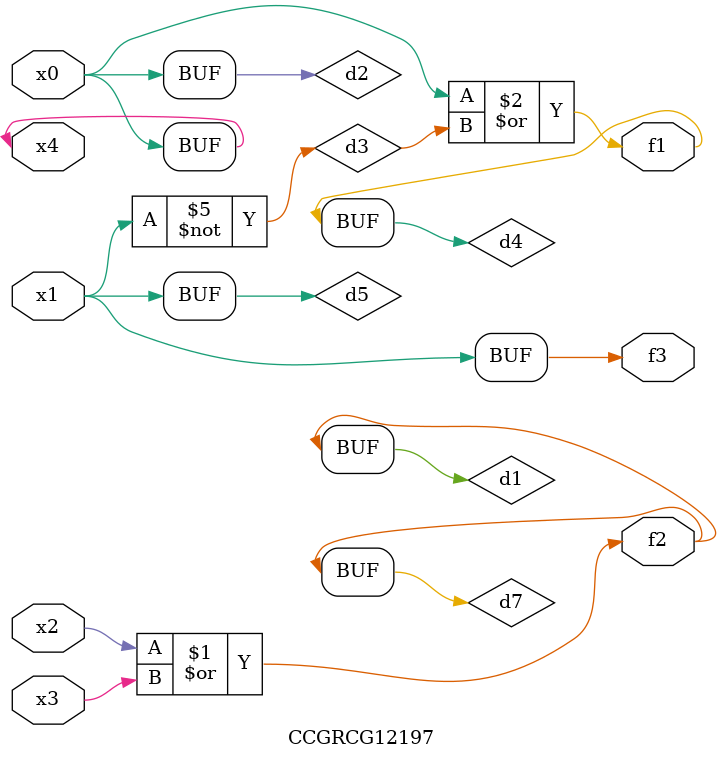
<source format=v>
module CCGRCG12197(
	input x0, x1, x2, x3, x4,
	output f1, f2, f3
);

	wire d1, d2, d3, d4, d5, d6, d7;

	or (d1, x2, x3);
	buf (d2, x0, x4);
	not (d3, x1);
	or (d4, d2, d3);
	not (d5, d3);
	nand (d6, d1, d3);
	or (d7, d1);
	assign f1 = d4;
	assign f2 = d7;
	assign f3 = d5;
endmodule

</source>
